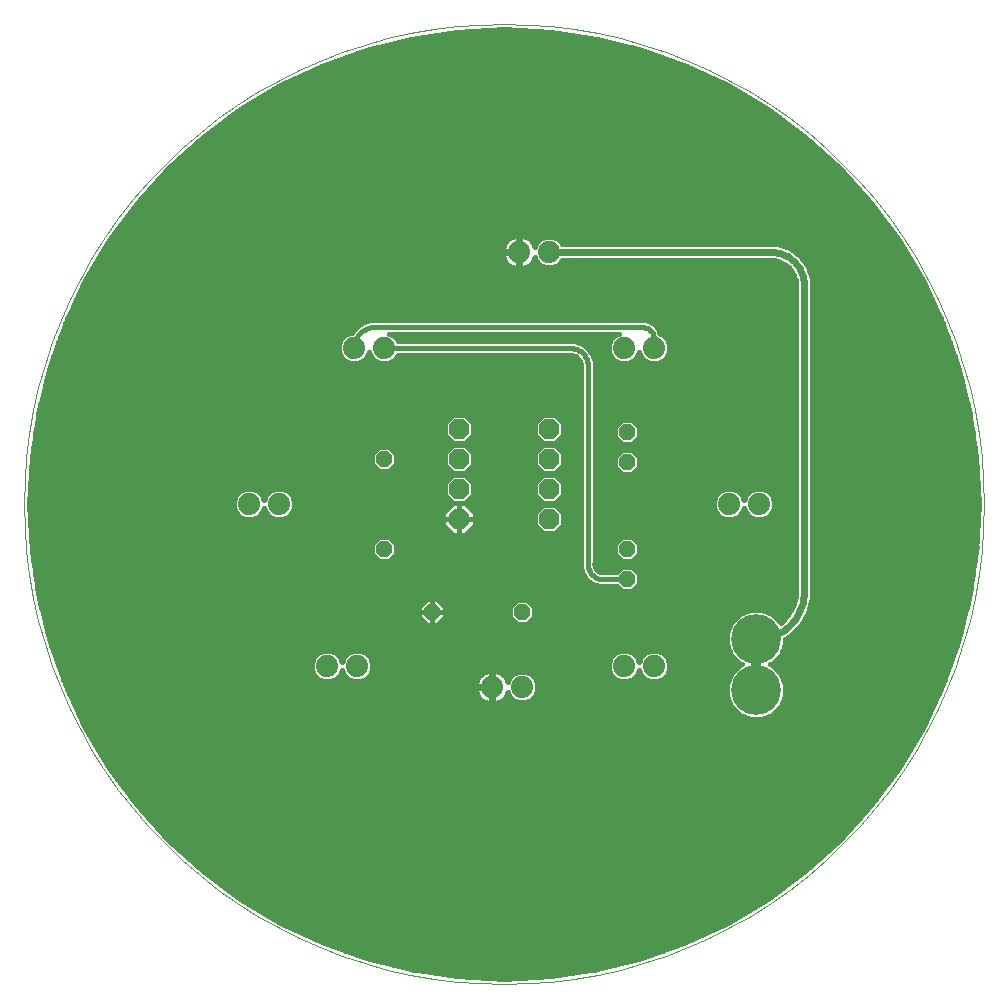
<source format=gbl>
G75*
G70*
%OFA0B0*%
%FSLAX24Y24*%
%IPPOS*%
%LPD*%
%AMOC8*
5,1,8,0,0,1.08239X$1,22.5*
%
%ADD10C,0.0000*%
%ADD11OC8,0.0680*%
%ADD12C,0.0740*%
%ADD13OC8,0.0520*%
%ADD14C,0.0160*%
%ADD15C,0.1660*%
%ADD16C,0.0320*%
%ADD17C,0.0240*%
D10*
X000180Y016180D02*
X000199Y016965D01*
X000257Y017748D01*
X000353Y018528D01*
X000487Y019301D01*
X000659Y020068D01*
X000869Y020825D01*
X001115Y021570D01*
X001398Y022303D01*
X001716Y023021D01*
X002069Y023722D01*
X002456Y024406D01*
X002876Y025069D01*
X003329Y025711D01*
X003812Y026330D01*
X004325Y026925D01*
X004866Y027494D01*
X005435Y028035D01*
X006030Y028548D01*
X006649Y029031D01*
X007291Y029484D01*
X007954Y029904D01*
X008638Y030291D01*
X009339Y030644D01*
X010057Y030962D01*
X010790Y031245D01*
X011535Y031491D01*
X012292Y031701D01*
X013059Y031873D01*
X013832Y032007D01*
X014612Y032103D01*
X015395Y032161D01*
X016180Y032180D01*
X016965Y032161D01*
X017748Y032103D01*
X018528Y032007D01*
X019301Y031873D01*
X020068Y031701D01*
X020825Y031491D01*
X021570Y031245D01*
X022303Y030962D01*
X023021Y030644D01*
X023722Y030291D01*
X024406Y029904D01*
X025069Y029484D01*
X025711Y029031D01*
X026330Y028548D01*
X026925Y028035D01*
X027494Y027494D01*
X028035Y026925D01*
X028548Y026330D01*
X029031Y025711D01*
X029484Y025069D01*
X029904Y024406D01*
X030291Y023722D01*
X030644Y023021D01*
X030962Y022303D01*
X031245Y021570D01*
X031491Y020825D01*
X031701Y020068D01*
X031873Y019301D01*
X032007Y018528D01*
X032103Y017748D01*
X032161Y016965D01*
X032180Y016180D01*
X032161Y015395D01*
X032103Y014612D01*
X032007Y013832D01*
X031873Y013059D01*
X031701Y012292D01*
X031491Y011535D01*
X031245Y010790D01*
X030962Y010057D01*
X030644Y009339D01*
X030291Y008638D01*
X029904Y007954D01*
X029484Y007291D01*
X029031Y006649D01*
X028548Y006030D01*
X028035Y005435D01*
X027494Y004866D01*
X026925Y004325D01*
X026330Y003812D01*
X025711Y003329D01*
X025069Y002876D01*
X024406Y002456D01*
X023722Y002069D01*
X023021Y001716D01*
X022303Y001398D01*
X021570Y001115D01*
X020825Y000869D01*
X020068Y000659D01*
X019301Y000487D01*
X018528Y000353D01*
X017748Y000257D01*
X016965Y000199D01*
X016180Y000180D01*
X015395Y000199D01*
X014612Y000257D01*
X013832Y000353D01*
X013059Y000487D01*
X012292Y000659D01*
X011535Y000869D01*
X010790Y001115D01*
X010057Y001398D01*
X009339Y001716D01*
X008638Y002069D01*
X007954Y002456D01*
X007291Y002876D01*
X006649Y003329D01*
X006030Y003812D01*
X005435Y004325D01*
X004866Y004866D01*
X004325Y005435D01*
X003812Y006030D01*
X003329Y006649D01*
X002876Y007291D01*
X002456Y007954D01*
X002069Y008638D01*
X001716Y009339D01*
X001398Y010057D01*
X001115Y010790D01*
X000869Y011535D01*
X000659Y012292D01*
X000487Y013059D01*
X000353Y013832D01*
X000257Y014612D01*
X000199Y015395D01*
X000180Y016180D01*
D11*
X014680Y015680D03*
X014680Y016680D03*
X014680Y017680D03*
X014680Y018680D03*
X017680Y018680D03*
X017680Y017680D03*
X017680Y016680D03*
X017680Y015680D03*
D12*
X020180Y010780D03*
X021180Y010780D03*
X016780Y010080D03*
X015780Y010080D03*
X011280Y010780D03*
X010280Y010780D03*
X008680Y016180D03*
X007680Y016180D03*
X011180Y021380D03*
X012180Y021380D03*
X016680Y024580D03*
X017680Y024580D03*
X020180Y021380D03*
X021180Y021380D03*
X023680Y016180D03*
X024680Y016180D03*
D13*
X020280Y017580D03*
X020280Y018580D03*
X020280Y014680D03*
X020280Y013680D03*
X016780Y012580D03*
X013780Y012580D03*
X012180Y014680D03*
X012180Y017680D03*
D14*
X003951Y006144D02*
X004994Y004994D01*
X006144Y003951D01*
X007391Y003026D01*
X008723Y002228D01*
X010126Y001564D01*
X011588Y001041D01*
X013094Y000664D01*
X014629Y000436D01*
X016180Y000360D01*
X017731Y000436D01*
X019266Y000664D01*
X020772Y001041D01*
X022234Y001564D01*
X023637Y002228D01*
X024969Y003026D01*
X026216Y003951D01*
X027366Y004994D01*
X028409Y006144D01*
X029334Y007391D01*
X030132Y008723D01*
X030796Y010126D01*
X031319Y011588D01*
X031696Y013094D01*
X031924Y014629D01*
X032000Y016180D01*
X031924Y017731D01*
X031696Y019266D01*
X031319Y020772D01*
X030796Y022234D01*
X030132Y023637D01*
X029334Y024969D01*
X028409Y026216D01*
X027366Y027366D01*
X026216Y028409D01*
X024969Y029334D01*
X023637Y030132D01*
X022234Y030796D01*
X020772Y031319D01*
X019266Y031696D01*
X017731Y031924D01*
X016180Y032000D01*
X014629Y031924D01*
X013094Y031696D01*
X011588Y031319D01*
X010126Y030796D01*
X008723Y030132D01*
X007391Y029334D01*
X006144Y028409D01*
X004994Y027366D01*
X003951Y026216D01*
X003951Y026216D01*
X003026Y024969D01*
X003026Y024969D01*
X002228Y023637D01*
X001564Y022234D01*
X001041Y020772D01*
X000664Y019266D01*
X000436Y017731D01*
X000360Y016180D01*
X000436Y014629D01*
X000664Y013094D01*
X001041Y011588D01*
X001564Y010126D01*
X002228Y008723D01*
X003026Y007391D01*
X003951Y006144D01*
X003907Y006203D02*
X028453Y006203D01*
X028570Y006362D02*
X003790Y006362D01*
X003672Y006520D02*
X028688Y006520D01*
X028805Y006679D02*
X003555Y006679D01*
X003437Y006837D02*
X028923Y006837D01*
X029041Y006996D02*
X003319Y006996D01*
X003202Y007154D02*
X029158Y007154D01*
X029276Y007313D02*
X003084Y007313D01*
X002978Y007471D02*
X029382Y007471D01*
X029477Y007630D02*
X002883Y007630D01*
X002788Y007788D02*
X029572Y007788D01*
X029667Y007947D02*
X002693Y007947D01*
X002598Y008105D02*
X029762Y008105D01*
X029857Y008264D02*
X002503Y008264D01*
X002408Y008422D02*
X029952Y008422D01*
X030047Y008581D02*
X002313Y008581D01*
X002220Y008739D02*
X030140Y008739D01*
X030215Y008898D02*
X002145Y008898D01*
X002070Y009056D02*
X024276Y009056D01*
X024387Y009010D02*
X024773Y009010D01*
X025129Y009158D01*
X025402Y009431D01*
X025550Y009787D01*
X025550Y010173D01*
X025402Y010529D01*
X025129Y010802D01*
X025062Y010830D01*
X025129Y010858D01*
X025402Y011131D01*
X025550Y011487D01*
X025550Y011692D01*
X025722Y011792D01*
X026068Y012138D01*
X026313Y012562D01*
X026313Y012562D01*
X026440Y013035D01*
X026440Y023695D01*
X026307Y024105D01*
X026307Y024105D01*
X026054Y024454D01*
X025705Y024707D01*
X025295Y024840D01*
X018124Y024840D01*
X018112Y024869D01*
X017969Y025012D01*
X017781Y025090D01*
X017579Y025090D01*
X017391Y025012D01*
X017248Y024869D01*
X017201Y024756D01*
X017190Y024791D01*
X017150Y024868D01*
X017100Y024938D01*
X017038Y025000D01*
X016968Y025050D01*
X016891Y025090D01*
X016809Y025116D01*
X016723Y025130D01*
X016700Y025130D01*
X016700Y024600D01*
X016660Y024600D01*
X016660Y025130D01*
X016637Y025130D01*
X016551Y025116D01*
X016469Y025090D01*
X016392Y025050D01*
X016322Y025000D01*
X016260Y024938D01*
X016210Y024868D01*
X016170Y024791D01*
X016144Y024709D01*
X016130Y024623D01*
X016130Y024600D01*
X016660Y024600D01*
X016660Y024560D01*
X016700Y024560D01*
X016700Y024030D01*
X016723Y024030D01*
X016809Y024044D01*
X016891Y024070D01*
X016968Y024110D01*
X017038Y024160D01*
X017100Y024222D01*
X017150Y024292D01*
X017190Y024369D01*
X017201Y024404D01*
X017248Y024291D01*
X017391Y024148D01*
X017579Y024070D01*
X017781Y024070D01*
X017969Y024148D01*
X018112Y024291D01*
X018124Y024320D01*
X025080Y024320D01*
X025211Y024310D01*
X025461Y024228D01*
X025674Y024074D01*
X025828Y023861D01*
X025910Y023611D01*
X025920Y023480D01*
X025920Y013280D01*
X025909Y013105D01*
X025818Y012767D01*
X025643Y012464D01*
X025404Y012225D01*
X025402Y012229D01*
X025129Y012502D01*
X024773Y012650D01*
X024387Y012650D01*
X024031Y012502D01*
X023758Y012229D01*
X023610Y011873D01*
X023610Y011487D01*
X023758Y011131D01*
X024031Y010858D01*
X024098Y010830D01*
X024031Y010802D01*
X023758Y010529D01*
X023610Y010173D01*
X023610Y009787D01*
X023758Y009431D01*
X024031Y009158D01*
X024387Y009010D01*
X023974Y009215D02*
X001995Y009215D01*
X001920Y009373D02*
X023815Y009373D01*
X023716Y009532D02*
X015833Y009532D01*
X015823Y009530D02*
X015909Y009544D01*
X015991Y009570D01*
X016068Y009610D01*
X016138Y009660D01*
X016200Y009722D01*
X016250Y009792D01*
X016290Y009869D01*
X016301Y009904D01*
X016348Y009791D01*
X016491Y009648D01*
X016679Y009570D01*
X016881Y009570D01*
X017069Y009648D01*
X017212Y009791D01*
X017290Y009979D01*
X017290Y010181D01*
X017212Y010369D01*
X017069Y010512D01*
X016881Y010590D01*
X016679Y010590D01*
X016491Y010512D01*
X016348Y010369D01*
X016301Y010256D01*
X016290Y010291D01*
X016250Y010368D01*
X016200Y010438D01*
X016138Y010500D01*
X016068Y010550D01*
X015991Y010590D01*
X015909Y010616D01*
X015823Y010630D01*
X015800Y010630D01*
X015800Y010100D01*
X015760Y010100D01*
X015760Y010630D01*
X015737Y010630D01*
X015651Y010616D01*
X015569Y010590D01*
X015492Y010550D01*
X015422Y010500D01*
X015360Y010438D01*
X015310Y010368D01*
X015270Y010291D01*
X015244Y010209D01*
X015230Y010123D01*
X015230Y010100D01*
X015760Y010100D01*
X015760Y010060D01*
X015230Y010060D01*
X015230Y010037D01*
X015244Y009951D01*
X015270Y009869D01*
X015310Y009792D01*
X015360Y009722D01*
X015422Y009660D01*
X015492Y009610D01*
X015569Y009570D01*
X015651Y009544D01*
X015737Y009530D01*
X015760Y009530D01*
X015760Y010060D01*
X015800Y010060D01*
X015800Y009530D01*
X015823Y009530D01*
X015800Y009532D02*
X015760Y009532D01*
X015727Y009532D02*
X001845Y009532D01*
X001770Y009690D02*
X015392Y009690D01*
X015281Y009849D02*
X001695Y009849D01*
X001621Y010007D02*
X015235Y010007D01*
X015237Y010166D02*
X001550Y010166D01*
X001493Y010324D02*
X010048Y010324D01*
X009991Y010348D02*
X010179Y010270D01*
X010381Y010270D01*
X010569Y010348D01*
X010712Y010491D01*
X010780Y010654D01*
X010848Y010491D01*
X010991Y010348D01*
X011179Y010270D01*
X011381Y010270D01*
X011569Y010348D01*
X011712Y010491D01*
X011790Y010679D01*
X011790Y010881D01*
X011712Y011069D01*
X011569Y011212D01*
X011381Y011290D01*
X011179Y011290D01*
X010991Y011212D01*
X010848Y011069D01*
X010780Y010906D01*
X010712Y011069D01*
X010569Y011212D01*
X010381Y011290D01*
X010179Y011290D01*
X009991Y011212D01*
X009848Y011069D01*
X009770Y010881D01*
X009770Y010679D01*
X009848Y010491D01*
X009991Y010348D01*
X009856Y010483D02*
X001437Y010483D01*
X001380Y010641D02*
X009786Y010641D01*
X009770Y010800D02*
X001323Y010800D01*
X001267Y010958D02*
X009802Y010958D01*
X009895Y011117D02*
X001210Y011117D01*
X001153Y011275D02*
X010142Y011275D01*
X010418Y011275D02*
X011142Y011275D01*
X011418Y011275D02*
X020042Y011275D01*
X020079Y011290D02*
X019891Y011212D01*
X019748Y011069D01*
X019670Y010881D01*
X019670Y010679D01*
X019748Y010491D01*
X019891Y010348D01*
X020079Y010270D01*
X020281Y010270D01*
X020469Y010348D01*
X020612Y010491D01*
X020680Y010654D01*
X020748Y010491D01*
X020891Y010348D01*
X021079Y010270D01*
X021281Y010270D01*
X021469Y010348D01*
X021612Y010491D01*
X021690Y010679D01*
X021690Y010881D01*
X021612Y011069D01*
X021469Y011212D01*
X021281Y011290D01*
X021079Y011290D01*
X020891Y011212D01*
X020748Y011069D01*
X020680Y010906D01*
X020612Y011069D01*
X020469Y011212D01*
X020281Y011290D01*
X020079Y011290D01*
X020318Y011275D02*
X021042Y011275D01*
X021318Y011275D02*
X023698Y011275D01*
X023632Y011434D02*
X001096Y011434D01*
X001040Y011592D02*
X023610Y011592D01*
X023610Y011751D02*
X001000Y011751D01*
X000961Y011909D02*
X023625Y011909D01*
X023691Y012068D02*
X000921Y012068D01*
X000881Y012226D02*
X013512Y012226D01*
X013598Y012140D02*
X013780Y012140D01*
X013962Y012140D01*
X014220Y012398D01*
X014220Y012580D01*
X014220Y012762D01*
X013962Y013020D01*
X013780Y013020D01*
X013780Y012580D01*
X014220Y012580D01*
X013780Y012580D01*
X013780Y012580D01*
X013780Y012580D01*
X013780Y012140D01*
X013780Y012580D01*
X013780Y012580D01*
X013780Y012580D01*
X013340Y012580D01*
X013340Y012762D01*
X013598Y013020D01*
X013780Y013020D01*
X013780Y012580D01*
X013340Y012580D01*
X013340Y012398D01*
X013598Y012140D01*
X013780Y012226D02*
X013780Y012226D01*
X013780Y012385D02*
X013780Y012385D01*
X013780Y012543D02*
X013780Y012543D01*
X013780Y012702D02*
X013780Y012702D01*
X013780Y012860D02*
X013780Y012860D01*
X013780Y013019D02*
X013780Y013019D01*
X013964Y013019D02*
X025885Y013019D01*
X025913Y013177D02*
X000652Y013177D01*
X000628Y013336D02*
X020059Y013336D01*
X020114Y013280D02*
X020446Y013280D01*
X020680Y013514D01*
X020680Y013846D01*
X020446Y014080D01*
X020114Y014080D01*
X019934Y013900D01*
X019409Y013900D01*
X019369Y013912D01*
X019275Y013975D01*
X019212Y014069D01*
X019190Y014179D01*
X019200Y014189D01*
X019200Y014258D01*
X019214Y014326D01*
X019200Y014347D01*
X019200Y020943D01*
X019075Y021244D01*
X019075Y021244D01*
X018844Y021475D01*
X018543Y021600D01*
X012641Y021600D01*
X012612Y021669D01*
X012469Y021812D01*
X012354Y021860D01*
X020006Y021860D01*
X019891Y021812D01*
X019748Y021669D01*
X019670Y021481D01*
X019670Y021279D01*
X019748Y021091D01*
X019891Y020948D01*
X020079Y020870D01*
X020281Y020870D01*
X020469Y020948D01*
X020612Y021091D01*
X020680Y021254D01*
X020748Y021091D01*
X020891Y020948D01*
X021079Y020870D01*
X021281Y020870D01*
X021469Y020948D01*
X021612Y021091D01*
X021690Y021279D01*
X021690Y021481D01*
X021612Y021669D01*
X021469Y021812D01*
X021381Y021849D01*
X021306Y022031D01*
X021131Y022206D01*
X020903Y022300D01*
X011734Y022300D01*
X011457Y022210D01*
X011221Y022039D01*
X011113Y021890D01*
X011079Y021890D01*
X010891Y021812D01*
X010748Y021669D01*
X010670Y021481D01*
X010670Y021279D01*
X010748Y021091D01*
X010891Y020948D01*
X011079Y020870D01*
X011281Y020870D01*
X011469Y020948D01*
X011612Y021091D01*
X011680Y021254D01*
X011748Y021091D01*
X011891Y020948D01*
X012079Y020870D01*
X012281Y020870D01*
X012469Y020948D01*
X012612Y021091D01*
X012641Y021160D01*
X018380Y021160D01*
X018454Y021153D01*
X018591Y021096D01*
X018696Y020991D01*
X018753Y020854D01*
X018760Y020780D01*
X018760Y014302D01*
X018736Y014181D01*
X018736Y014181D01*
X018792Y013896D01*
X018953Y013654D01*
X018953Y013654D01*
X018953Y013654D01*
X019194Y013493D01*
X019194Y013493D01*
X019272Y013477D01*
X019289Y013460D01*
X019358Y013460D01*
X019426Y013446D01*
X019447Y013460D01*
X019934Y013460D01*
X020114Y013280D01*
X020501Y013336D02*
X025920Y013336D01*
X025920Y013494D02*
X020660Y013494D01*
X020680Y013653D02*
X025920Y013653D01*
X025920Y013811D02*
X020680Y013811D01*
X020556Y013970D02*
X025920Y013970D01*
X025920Y014128D02*
X019200Y014128D01*
X019206Y014287D02*
X020108Y014287D01*
X020114Y014280D02*
X020446Y014280D01*
X020680Y014514D01*
X020680Y014846D01*
X020446Y015080D01*
X020114Y015080D01*
X019880Y014846D01*
X019880Y014514D01*
X020114Y014280D01*
X019949Y014445D02*
X019200Y014445D01*
X019200Y014604D02*
X019880Y014604D01*
X019880Y014762D02*
X019200Y014762D01*
X019200Y014921D02*
X019955Y014921D01*
X020113Y015079D02*
X019200Y015079D01*
X019200Y015238D02*
X025920Y015238D01*
X025920Y015396D02*
X019200Y015396D01*
X019200Y015555D02*
X025920Y015555D01*
X025920Y015713D02*
X024885Y015713D01*
X024969Y015748D02*
X025112Y015891D01*
X025190Y016079D01*
X025190Y016281D01*
X025112Y016469D01*
X024969Y016612D01*
X024781Y016690D01*
X024579Y016690D01*
X024391Y016612D01*
X024248Y016469D01*
X024180Y016306D01*
X024112Y016469D01*
X023969Y016612D01*
X023781Y016690D01*
X023579Y016690D01*
X023391Y016612D01*
X023248Y016469D01*
X023170Y016281D01*
X023170Y016079D01*
X023248Y015891D01*
X023391Y015748D01*
X023579Y015670D01*
X023781Y015670D01*
X023969Y015748D01*
X024112Y015891D01*
X024180Y016054D01*
X024248Y015891D01*
X024391Y015748D01*
X024579Y015670D01*
X024781Y015670D01*
X024969Y015748D01*
X025093Y015872D02*
X025920Y015872D01*
X025920Y016030D02*
X025170Y016030D01*
X025190Y016189D02*
X025920Y016189D01*
X025920Y016347D02*
X025163Y016347D01*
X025076Y016506D02*
X025920Y016506D01*
X025920Y016664D02*
X024844Y016664D01*
X024516Y016664D02*
X023844Y016664D01*
X024076Y016506D02*
X024284Y016506D01*
X024197Y016347D02*
X024163Y016347D01*
X024170Y016030D02*
X024190Y016030D01*
X024267Y015872D02*
X024093Y015872D01*
X023885Y015713D02*
X024475Y015713D01*
X023475Y015713D02*
X019200Y015713D01*
X019200Y015872D02*
X023267Y015872D01*
X023190Y016030D02*
X019200Y016030D01*
X019200Y016189D02*
X023170Y016189D01*
X023197Y016347D02*
X019200Y016347D01*
X019200Y016506D02*
X023284Y016506D01*
X023516Y016664D02*
X019200Y016664D01*
X019200Y016823D02*
X025920Y016823D01*
X025920Y016981D02*
X019200Y016981D01*
X019200Y017140D02*
X025920Y017140D01*
X025920Y017298D02*
X020564Y017298D01*
X020680Y017414D02*
X020446Y017180D01*
X020114Y017180D01*
X019880Y017414D01*
X019880Y017746D01*
X020114Y017980D01*
X020446Y017980D01*
X020680Y017746D01*
X020680Y017414D01*
X020680Y017457D02*
X025920Y017457D01*
X025920Y017615D02*
X020680Y017615D01*
X020652Y017774D02*
X025920Y017774D01*
X025920Y017932D02*
X020494Y017932D01*
X020446Y018180D02*
X020680Y018414D01*
X020680Y018746D01*
X020446Y018980D01*
X020114Y018980D01*
X019880Y018746D01*
X019880Y018414D01*
X020114Y018180D01*
X020446Y018180D01*
X020515Y018249D02*
X025920Y018249D01*
X025920Y018091D02*
X019200Y018091D01*
X019200Y018249D02*
X020045Y018249D01*
X019887Y018408D02*
X019200Y018408D01*
X019200Y018566D02*
X019880Y018566D01*
X019880Y018725D02*
X019200Y018725D01*
X019200Y018883D02*
X020017Y018883D01*
X020543Y018883D02*
X025920Y018883D01*
X025920Y018725D02*
X020680Y018725D01*
X020680Y018566D02*
X025920Y018566D01*
X025920Y018408D02*
X020673Y018408D01*
X020066Y017932D02*
X019200Y017932D01*
X019200Y017774D02*
X019908Y017774D01*
X019880Y017615D02*
X019200Y017615D01*
X019200Y017457D02*
X019880Y017457D01*
X019996Y017298D02*
X019200Y017298D01*
X018760Y017298D02*
X017977Y017298D01*
X017879Y017200D02*
X018160Y017481D01*
X018160Y017879D01*
X017879Y018160D01*
X017481Y018160D01*
X017200Y017879D01*
X017200Y017481D01*
X017481Y017200D01*
X017879Y017200D01*
X017879Y017160D02*
X017481Y017160D01*
X017200Y016879D01*
X017200Y016481D01*
X017481Y016200D01*
X017879Y016200D01*
X018160Y016481D01*
X018160Y016879D01*
X017879Y017160D01*
X017899Y017140D02*
X018760Y017140D01*
X018760Y016981D02*
X018058Y016981D01*
X018160Y016823D02*
X018760Y016823D01*
X018760Y016664D02*
X018160Y016664D01*
X018160Y016506D02*
X018760Y016506D01*
X018760Y016347D02*
X018026Y016347D01*
X017879Y016160D02*
X017481Y016160D01*
X017200Y015879D01*
X017200Y015481D01*
X017481Y015200D01*
X017879Y015200D01*
X018160Y015481D01*
X018160Y015879D01*
X017879Y016160D01*
X018009Y016030D02*
X018760Y016030D01*
X018760Y015872D02*
X018160Y015872D01*
X018160Y015713D02*
X018760Y015713D01*
X018760Y015555D02*
X018160Y015555D01*
X018075Y015396D02*
X018760Y015396D01*
X018760Y015238D02*
X017916Y015238D01*
X017444Y015238D02*
X014973Y015238D01*
X014895Y015160D02*
X015200Y015465D01*
X015200Y015680D01*
X015200Y015895D01*
X014895Y016200D01*
X014680Y016200D01*
X014680Y015680D01*
X014680Y015680D01*
X015200Y015680D01*
X014680Y015680D01*
X014680Y015680D01*
X014680Y015680D01*
X014160Y015680D01*
X014160Y015895D01*
X014465Y016200D01*
X014680Y016200D01*
X014680Y015680D01*
X014680Y015160D01*
X014895Y015160D01*
X014680Y015160D02*
X014680Y015680D01*
X014680Y015680D01*
X014160Y015680D01*
X014160Y015465D01*
X014465Y015160D01*
X014680Y015160D01*
X014680Y015238D02*
X014680Y015238D01*
X014680Y015396D02*
X014680Y015396D01*
X014680Y015555D02*
X014680Y015555D01*
X014680Y015713D02*
X014680Y015713D01*
X014680Y015872D02*
X014680Y015872D01*
X014680Y016030D02*
X014680Y016030D01*
X014680Y016189D02*
X014680Y016189D01*
X014481Y016200D02*
X014879Y016200D01*
X015160Y016481D01*
X015160Y016879D01*
X014879Y017160D01*
X014481Y017160D01*
X014200Y016879D01*
X014200Y016481D01*
X014481Y016200D01*
X014453Y016189D02*
X009190Y016189D01*
X009190Y016281D02*
X009190Y016079D01*
X009112Y015891D01*
X008969Y015748D01*
X008781Y015670D01*
X008579Y015670D01*
X008391Y015748D01*
X008248Y015891D01*
X008180Y016054D01*
X008112Y015891D01*
X007969Y015748D01*
X007781Y015670D01*
X007579Y015670D01*
X007391Y015748D01*
X007248Y015891D01*
X007170Y016079D01*
X007170Y016281D01*
X007248Y016469D01*
X007391Y016612D01*
X007579Y016690D01*
X007781Y016690D01*
X007969Y016612D01*
X008112Y016469D01*
X008180Y016306D01*
X008248Y016469D01*
X008391Y016612D01*
X008579Y016690D01*
X008781Y016690D01*
X008969Y016612D01*
X009112Y016469D01*
X009190Y016281D01*
X009163Y016347D02*
X014334Y016347D01*
X014200Y016506D02*
X009076Y016506D01*
X008844Y016664D02*
X014200Y016664D01*
X014200Y016823D02*
X000392Y016823D01*
X000399Y016981D02*
X014302Y016981D01*
X014461Y017140D02*
X000407Y017140D01*
X000415Y017298D02*
X011996Y017298D01*
X012014Y017280D02*
X012346Y017280D01*
X012580Y017514D01*
X012580Y017846D01*
X012346Y018080D01*
X012014Y018080D01*
X011780Y017846D01*
X011780Y017514D01*
X012014Y017280D01*
X011838Y017457D02*
X000423Y017457D01*
X000431Y017615D02*
X011780Y017615D01*
X011780Y017774D02*
X000443Y017774D01*
X000466Y017932D02*
X011866Y017932D01*
X012494Y017932D02*
X014253Y017932D01*
X014200Y017879D02*
X014200Y017481D01*
X014481Y017200D01*
X014879Y017200D01*
X015160Y017481D01*
X015160Y017879D01*
X014879Y018160D01*
X014481Y018160D01*
X014200Y017879D01*
X014200Y017774D02*
X012580Y017774D01*
X012580Y017615D02*
X014200Y017615D01*
X014225Y017457D02*
X012522Y017457D01*
X012364Y017298D02*
X014383Y017298D01*
X014899Y017140D02*
X017461Y017140D01*
X017383Y017298D02*
X014977Y017298D01*
X015135Y017457D02*
X017225Y017457D01*
X017200Y017615D02*
X015160Y017615D01*
X015160Y017774D02*
X017200Y017774D01*
X017253Y017932D02*
X015107Y017932D01*
X014948Y018091D02*
X017412Y018091D01*
X017481Y018200D02*
X017879Y018200D01*
X018160Y018481D01*
X018160Y018879D01*
X017879Y019160D01*
X017481Y019160D01*
X017200Y018879D01*
X017200Y018481D01*
X017481Y018200D01*
X017432Y018249D02*
X014928Y018249D01*
X014879Y018200D02*
X014481Y018200D01*
X014200Y018481D01*
X014200Y018879D01*
X014481Y019160D01*
X014879Y019160D01*
X015160Y018879D01*
X015160Y018481D01*
X014879Y018200D01*
X015086Y018408D02*
X017274Y018408D01*
X017200Y018566D02*
X015160Y018566D01*
X015160Y018725D02*
X017200Y018725D01*
X017204Y018883D02*
X015156Y018883D01*
X014997Y019042D02*
X017363Y019042D01*
X017997Y019042D02*
X018760Y019042D01*
X018760Y019200D02*
X000654Y019200D01*
X000631Y019042D02*
X014363Y019042D01*
X014204Y018883D02*
X000607Y018883D01*
X000584Y018725D02*
X014200Y018725D01*
X014200Y018566D02*
X000560Y018566D01*
X000537Y018408D02*
X014274Y018408D01*
X014432Y018249D02*
X000513Y018249D01*
X000490Y018091D02*
X014412Y018091D01*
X015058Y016981D02*
X017302Y016981D01*
X017200Y016823D02*
X015160Y016823D01*
X015160Y016664D02*
X017200Y016664D01*
X017200Y016506D02*
X015160Y016506D01*
X015026Y016347D02*
X017334Y016347D01*
X017351Y016030D02*
X015065Y016030D01*
X015200Y015872D02*
X017200Y015872D01*
X017200Y015713D02*
X015200Y015713D01*
X015200Y015555D02*
X017200Y015555D01*
X017285Y015396D02*
X015131Y015396D01*
X014387Y015238D02*
X000406Y015238D01*
X000399Y015396D02*
X014229Y015396D01*
X014160Y015555D02*
X000391Y015555D01*
X000383Y015713D02*
X007475Y015713D01*
X007267Y015872D02*
X000375Y015872D01*
X000367Y016030D02*
X007190Y016030D01*
X007170Y016189D02*
X000360Y016189D01*
X000368Y016347D02*
X007197Y016347D01*
X007284Y016506D02*
X000376Y016506D01*
X000384Y016664D02*
X007516Y016664D01*
X007844Y016664D02*
X008516Y016664D01*
X008284Y016506D02*
X008076Y016506D01*
X008163Y016347D02*
X008197Y016347D01*
X008190Y016030D02*
X008170Y016030D01*
X008093Y015872D02*
X008267Y015872D01*
X008475Y015713D02*
X007885Y015713D01*
X008885Y015713D02*
X014160Y015713D01*
X014160Y015872D02*
X009093Y015872D01*
X009170Y016030D02*
X014295Y016030D01*
X014907Y016189D02*
X018760Y016189D01*
X018760Y015079D02*
X012347Y015079D01*
X012346Y015080D02*
X012014Y015080D01*
X011780Y014846D01*
X011780Y014514D01*
X012014Y014280D01*
X012346Y014280D01*
X012580Y014514D01*
X012580Y014846D01*
X012346Y015080D01*
X012505Y014921D02*
X018760Y014921D01*
X018760Y014762D02*
X012580Y014762D01*
X012580Y014604D02*
X018760Y014604D01*
X018760Y014445D02*
X012511Y014445D01*
X012352Y014287D02*
X018757Y014287D01*
X018746Y014128D02*
X000511Y014128D01*
X000534Y013970D02*
X018778Y013970D01*
X018792Y013896D02*
X018792Y013896D01*
X018849Y013811D02*
X000558Y013811D01*
X000581Y013653D02*
X018956Y013653D01*
X019193Y013494D02*
X000605Y013494D01*
X000683Y013019D02*
X013596Y013019D01*
X013438Y012860D02*
X000723Y012860D01*
X000762Y012702D02*
X013340Y012702D01*
X013340Y012543D02*
X000802Y012543D01*
X000842Y012385D02*
X013353Y012385D01*
X014048Y012226D02*
X016568Y012226D01*
X016614Y012180D02*
X016946Y012180D01*
X017180Y012414D01*
X017180Y012746D01*
X016946Y012980D01*
X016614Y012980D01*
X016380Y012746D01*
X016380Y012414D01*
X016614Y012180D01*
X016410Y012385D02*
X014207Y012385D01*
X014220Y012543D02*
X016380Y012543D01*
X016380Y012702D02*
X014220Y012702D01*
X014122Y012860D02*
X016494Y012860D01*
X017066Y012860D02*
X025843Y012860D01*
X025780Y012702D02*
X017180Y012702D01*
X017180Y012543D02*
X024129Y012543D01*
X023913Y012385D02*
X017150Y012385D01*
X016992Y012226D02*
X023756Y012226D01*
X023772Y011117D02*
X021565Y011117D01*
X021658Y010958D02*
X023930Y010958D01*
X024028Y010800D02*
X021690Y010800D01*
X021674Y010641D02*
X023869Y010641D01*
X023738Y010483D02*
X021604Y010483D01*
X021412Y010324D02*
X023673Y010324D01*
X023610Y010166D02*
X017290Y010166D01*
X017290Y010007D02*
X023610Y010007D01*
X023610Y009849D02*
X017236Y009849D01*
X017111Y009690D02*
X023650Y009690D01*
X024884Y009056D02*
X030290Y009056D01*
X030365Y009215D02*
X025186Y009215D01*
X025345Y009373D02*
X030440Y009373D01*
X030515Y009532D02*
X025444Y009532D01*
X025510Y009690D02*
X030590Y009690D01*
X030665Y009849D02*
X025550Y009849D01*
X025550Y010007D02*
X030739Y010007D01*
X030810Y010166D02*
X025550Y010166D01*
X025487Y010324D02*
X030867Y010324D01*
X030923Y010483D02*
X025422Y010483D01*
X025291Y010641D02*
X030980Y010641D01*
X031037Y010800D02*
X025132Y010800D01*
X025230Y010958D02*
X031093Y010958D01*
X031150Y011117D02*
X025388Y011117D01*
X025462Y011275D02*
X031207Y011275D01*
X031264Y011434D02*
X025528Y011434D01*
X025550Y011592D02*
X031320Y011592D01*
X031360Y011751D02*
X025651Y011751D01*
X025722Y011792D02*
X025722Y011792D01*
X025839Y011909D02*
X031399Y011909D01*
X031439Y012068D02*
X025998Y012068D01*
X026068Y012138D02*
X026068Y012138D01*
X026119Y012226D02*
X031479Y012226D01*
X031518Y012385D02*
X026211Y012385D01*
X026302Y012543D02*
X031558Y012543D01*
X031598Y012702D02*
X026351Y012702D01*
X026393Y012860D02*
X031637Y012860D01*
X031677Y013019D02*
X026436Y013019D01*
X026440Y013177D02*
X031708Y013177D01*
X031732Y013336D02*
X026440Y013336D01*
X026440Y013494D02*
X031755Y013494D01*
X031779Y013653D02*
X026440Y013653D01*
X026440Y013811D02*
X031802Y013811D01*
X031826Y013970D02*
X026440Y013970D01*
X026440Y014128D02*
X031849Y014128D01*
X031873Y014287D02*
X026440Y014287D01*
X026440Y014445D02*
X031896Y014445D01*
X031920Y014604D02*
X026440Y014604D01*
X026440Y014762D02*
X031930Y014762D01*
X031924Y014629D02*
X031924Y014629D01*
X031938Y014921D02*
X026440Y014921D01*
X026440Y015079D02*
X031946Y015079D01*
X031954Y015238D02*
X026440Y015238D01*
X026440Y015396D02*
X031961Y015396D01*
X031969Y015555D02*
X026440Y015555D01*
X026440Y015713D02*
X031977Y015713D01*
X031985Y015872D02*
X026440Y015872D01*
X026440Y016030D02*
X031993Y016030D01*
X032000Y016189D02*
X026440Y016189D01*
X026440Y016347D02*
X031992Y016347D01*
X031984Y016506D02*
X026440Y016506D01*
X026440Y016664D02*
X031976Y016664D01*
X031968Y016823D02*
X026440Y016823D01*
X026440Y016981D02*
X031961Y016981D01*
X031953Y017140D02*
X026440Y017140D01*
X026440Y017298D02*
X031945Y017298D01*
X031937Y017457D02*
X026440Y017457D01*
X026440Y017615D02*
X031929Y017615D01*
X031917Y017774D02*
X026440Y017774D01*
X026440Y017932D02*
X031894Y017932D01*
X031870Y018091D02*
X026440Y018091D01*
X026440Y018249D02*
X031847Y018249D01*
X031823Y018408D02*
X026440Y018408D01*
X026440Y018566D02*
X031800Y018566D01*
X031776Y018725D02*
X026440Y018725D01*
X026440Y018883D02*
X031753Y018883D01*
X031729Y019042D02*
X026440Y019042D01*
X026440Y019200D02*
X031706Y019200D01*
X031673Y019359D02*
X026440Y019359D01*
X026440Y019517D02*
X031633Y019517D01*
X031593Y019676D02*
X026440Y019676D01*
X026440Y019834D02*
X031554Y019834D01*
X031514Y019993D02*
X026440Y019993D01*
X026440Y020151D02*
X031474Y020151D01*
X031435Y020310D02*
X026440Y020310D01*
X026440Y020468D02*
X031395Y020468D01*
X031355Y020627D02*
X026440Y020627D01*
X026440Y020785D02*
X031314Y020785D01*
X031257Y020944D02*
X026440Y020944D01*
X026440Y021102D02*
X031201Y021102D01*
X031144Y021261D02*
X026440Y021261D01*
X026440Y021419D02*
X031087Y021419D01*
X031031Y021578D02*
X026440Y021578D01*
X026440Y021736D02*
X030974Y021736D01*
X030917Y021895D02*
X026440Y021895D01*
X026440Y022053D02*
X030860Y022053D01*
X030804Y022212D02*
X026440Y022212D01*
X026440Y022370D02*
X030731Y022370D01*
X030656Y022529D02*
X026440Y022529D01*
X026440Y022687D02*
X030581Y022687D01*
X030507Y022846D02*
X026440Y022846D01*
X026440Y023004D02*
X030432Y023004D01*
X030357Y023163D02*
X026440Y023163D01*
X026440Y023321D02*
X030282Y023321D01*
X030207Y023480D02*
X026440Y023480D01*
X026440Y023638D02*
X030132Y023638D01*
X030037Y023797D02*
X026407Y023797D01*
X026356Y023955D02*
X029942Y023955D01*
X029847Y024114D02*
X026301Y024114D01*
X026186Y024272D02*
X029752Y024272D01*
X029657Y024431D02*
X026070Y024431D01*
X026054Y024454D02*
X026054Y024454D01*
X026054Y024454D01*
X025867Y024589D02*
X029562Y024589D01*
X029467Y024748D02*
X025580Y024748D01*
X025705Y024707D02*
X025705Y024707D01*
X025327Y024272D02*
X018093Y024272D01*
X017887Y024114D02*
X025620Y024114D01*
X025760Y023955D02*
X002418Y023955D01*
X002323Y023797D02*
X025850Y023797D01*
X025901Y023638D02*
X002228Y023638D01*
X002153Y023480D02*
X025920Y023480D01*
X025920Y023321D02*
X002078Y023321D01*
X002003Y023163D02*
X025920Y023163D01*
X025920Y023004D02*
X001928Y023004D01*
X001853Y022846D02*
X025920Y022846D01*
X025920Y022687D02*
X001779Y022687D01*
X001704Y022529D02*
X025920Y022529D01*
X025920Y022370D02*
X001629Y022370D01*
X001556Y022212D02*
X011462Y022212D01*
X011457Y022210D02*
X011457Y022210D01*
X011241Y022053D02*
X001500Y022053D01*
X001443Y021895D02*
X011117Y021895D01*
X011221Y022039D02*
X011221Y022039D01*
X011221Y022039D01*
X010815Y021736D02*
X001386Y021736D01*
X001329Y021578D02*
X010710Y021578D01*
X010670Y021419D02*
X001273Y021419D01*
X001216Y021261D02*
X010677Y021261D01*
X010743Y021102D02*
X001159Y021102D01*
X001103Y020944D02*
X010901Y020944D01*
X011459Y020944D02*
X011901Y020944D01*
X011743Y021102D02*
X011617Y021102D01*
X011180Y021380D02*
X011182Y021430D01*
X011187Y021480D01*
X011196Y021529D01*
X011208Y021577D01*
X011224Y021625D01*
X011243Y021671D01*
X011266Y021715D01*
X011291Y021758D01*
X011320Y021799D01*
X011351Y021838D01*
X011385Y021875D01*
X011422Y021909D01*
X011461Y021940D01*
X011502Y021969D01*
X011545Y021994D01*
X011589Y022017D01*
X011635Y022036D01*
X011683Y022052D01*
X011731Y022064D01*
X011780Y022073D01*
X011830Y022078D01*
X011880Y022080D01*
X020780Y022080D01*
X021117Y022212D02*
X025920Y022212D01*
X025920Y022053D02*
X021284Y022053D01*
X021362Y021895D02*
X025920Y021895D01*
X025920Y021736D02*
X021545Y021736D01*
X021650Y021578D02*
X025920Y021578D01*
X025920Y021419D02*
X021690Y021419D01*
X021683Y021261D02*
X025920Y021261D01*
X025920Y021102D02*
X021617Y021102D01*
X021459Y020944D02*
X025920Y020944D01*
X025920Y020785D02*
X019200Y020785D01*
X019200Y020627D02*
X025920Y020627D01*
X025920Y020468D02*
X019200Y020468D01*
X019200Y020310D02*
X025920Y020310D01*
X025920Y020151D02*
X019200Y020151D01*
X019200Y019993D02*
X025920Y019993D01*
X025920Y019834D02*
X019200Y019834D01*
X019200Y019676D02*
X025920Y019676D01*
X025920Y019517D02*
X019200Y019517D01*
X019200Y019359D02*
X025920Y019359D01*
X025920Y019200D02*
X019200Y019200D01*
X019200Y019042D02*
X025920Y019042D01*
X025920Y015079D02*
X020447Y015079D01*
X020605Y014921D02*
X025920Y014921D01*
X025920Y014762D02*
X020680Y014762D01*
X020680Y014604D02*
X025920Y014604D01*
X025920Y014445D02*
X020611Y014445D01*
X020452Y014287D02*
X025920Y014287D01*
X025689Y012543D02*
X025031Y012543D01*
X025247Y012385D02*
X025563Y012385D01*
X025404Y012226D02*
X025405Y012226D01*
X020948Y010324D02*
X020412Y010324D01*
X020604Y010483D02*
X020756Y010483D01*
X020686Y010641D02*
X020674Y010641D01*
X020658Y010958D02*
X020702Y010958D01*
X020795Y011117D02*
X020565Y011117D01*
X019795Y011117D02*
X011665Y011117D01*
X011758Y010958D02*
X019702Y010958D01*
X019670Y010800D02*
X011790Y010800D01*
X011774Y010641D02*
X019686Y010641D01*
X019756Y010483D02*
X017099Y010483D01*
X017231Y010324D02*
X019948Y010324D01*
X020280Y013680D02*
X019380Y013680D01*
X019283Y013970D02*
X020004Y013970D01*
X019380Y013680D02*
X019337Y013691D01*
X019295Y013705D01*
X019254Y013723D01*
X019215Y013744D01*
X019178Y013769D01*
X019143Y013797D01*
X019111Y013828D01*
X019082Y013861D01*
X019056Y013897D01*
X019033Y013935D01*
X019013Y013975D01*
X018997Y014017D01*
X018984Y014059D01*
X018976Y014103D01*
X018971Y014147D01*
X018970Y014192D01*
X018973Y014236D01*
X018980Y014280D01*
X018980Y020780D01*
X018760Y020785D02*
X001046Y020785D01*
X001005Y020627D02*
X018760Y020627D01*
X018760Y020468D02*
X000965Y020468D01*
X000925Y020310D02*
X018760Y020310D01*
X018760Y020151D02*
X000886Y020151D01*
X000846Y019993D02*
X018760Y019993D01*
X018760Y019834D02*
X000806Y019834D01*
X000767Y019676D02*
X018760Y019676D01*
X018760Y019517D02*
X000727Y019517D01*
X000687Y019359D02*
X018760Y019359D01*
X018760Y018883D02*
X018156Y018883D01*
X018160Y018725D02*
X018760Y018725D01*
X018760Y018566D02*
X018160Y018566D01*
X018086Y018408D02*
X018760Y018408D01*
X018760Y018249D02*
X017928Y018249D01*
X017948Y018091D02*
X018760Y018091D01*
X018760Y017932D02*
X018107Y017932D01*
X018160Y017774D02*
X018760Y017774D01*
X018760Y017615D02*
X018160Y017615D01*
X018135Y017457D02*
X018760Y017457D01*
X018980Y020780D02*
X018978Y020827D01*
X018973Y020874D01*
X018963Y020920D01*
X018951Y020965D01*
X018934Y021010D01*
X018915Y021052D01*
X018892Y021093D01*
X018865Y021133D01*
X018836Y021170D01*
X018804Y021204D01*
X018770Y021236D01*
X018733Y021265D01*
X018693Y021292D01*
X018652Y021315D01*
X018610Y021334D01*
X018565Y021351D01*
X018520Y021363D01*
X018474Y021373D01*
X018427Y021378D01*
X018380Y021380D01*
X012180Y021380D01*
X012545Y021736D02*
X019815Y021736D01*
X019710Y021578D02*
X018597Y021578D01*
X018844Y021475D02*
X018844Y021475D01*
X018901Y021419D02*
X019670Y021419D01*
X019677Y021261D02*
X019059Y021261D01*
X019134Y021102D02*
X019743Y021102D01*
X019901Y020944D02*
X019200Y020944D01*
X018716Y020944D02*
X012459Y020944D01*
X012617Y021102D02*
X018576Y021102D01*
X020459Y020944D02*
X020901Y020944D01*
X020743Y021102D02*
X020617Y021102D01*
X021180Y021380D02*
X021180Y021680D01*
X021178Y021719D01*
X021172Y021758D01*
X021163Y021796D01*
X021150Y021833D01*
X021133Y021869D01*
X021113Y021902D01*
X021089Y021934D01*
X021063Y021963D01*
X021034Y021989D01*
X021002Y022013D01*
X020969Y022033D01*
X020933Y022050D01*
X020896Y022063D01*
X020858Y022072D01*
X020819Y022078D01*
X020780Y022080D01*
X021131Y022206D02*
X021131Y022206D01*
X018075Y024906D02*
X029372Y024906D01*
X029263Y025065D02*
X017843Y025065D01*
X017517Y025065D02*
X016941Y025065D01*
X016700Y025065D02*
X016660Y025065D01*
X016660Y024906D02*
X016700Y024906D01*
X016700Y024748D02*
X016660Y024748D01*
X016660Y024589D02*
X002798Y024589D01*
X002703Y024431D02*
X016150Y024431D01*
X016144Y024451D02*
X016170Y024369D01*
X016210Y024292D01*
X016260Y024222D01*
X016322Y024160D01*
X016392Y024110D01*
X016469Y024070D01*
X016551Y024044D01*
X016637Y024030D01*
X016660Y024030D01*
X016660Y024560D01*
X016130Y024560D01*
X016130Y024537D01*
X016144Y024451D01*
X016224Y024272D02*
X002608Y024272D01*
X002513Y024114D02*
X016386Y024114D01*
X016660Y024114D02*
X016700Y024114D01*
X016700Y024272D02*
X016660Y024272D01*
X016660Y024431D02*
X016700Y024431D01*
X016974Y024114D02*
X017473Y024114D01*
X017267Y024272D02*
X017136Y024272D01*
X017123Y024906D02*
X017285Y024906D01*
X016419Y025065D02*
X003097Y025065D01*
X002988Y024906D02*
X016237Y024906D01*
X016156Y024748D02*
X002893Y024748D01*
X003215Y025223D02*
X029145Y025223D01*
X029028Y025382D02*
X003332Y025382D01*
X003450Y025540D02*
X028910Y025540D01*
X028793Y025699D02*
X003567Y025699D01*
X003685Y025857D02*
X028675Y025857D01*
X028558Y026016D02*
X003802Y026016D01*
X003920Y026174D02*
X028440Y026174D01*
X028303Y026333D02*
X004057Y026333D01*
X004200Y026491D02*
X028160Y026491D01*
X028016Y026650D02*
X004344Y026650D01*
X004488Y026808D02*
X027872Y026808D01*
X027729Y026967D02*
X004631Y026967D01*
X004775Y027125D02*
X027585Y027125D01*
X027441Y027284D02*
X004919Y027284D01*
X005077Y027442D02*
X027283Y027442D01*
X027108Y027601D02*
X005252Y027601D01*
X005427Y027759D02*
X026933Y027759D01*
X026758Y027918D02*
X005602Y027918D01*
X005777Y028076D02*
X026583Y028076D01*
X026409Y028235D02*
X005951Y028235D01*
X006126Y028393D02*
X026234Y028393D01*
X026024Y028552D02*
X006336Y028552D01*
X006550Y028710D02*
X025810Y028710D01*
X025596Y028869D02*
X006764Y028869D01*
X006977Y029027D02*
X025383Y029027D01*
X025169Y029186D02*
X007191Y029186D01*
X007408Y029344D02*
X024952Y029344D01*
X024688Y029503D02*
X007672Y029503D01*
X007937Y029661D02*
X024423Y029661D01*
X024159Y029820D02*
X008201Y029820D01*
X008466Y029978D02*
X023894Y029978D01*
X023628Y030137D02*
X008732Y030137D01*
X009067Y030295D02*
X023293Y030295D01*
X022958Y030454D02*
X009402Y030454D01*
X009738Y030612D02*
X022622Y030612D01*
X022287Y030771D02*
X010073Y030771D01*
X010499Y030929D02*
X021861Y030929D01*
X021418Y031088D02*
X010942Y031088D01*
X011385Y031246D02*
X020975Y031246D01*
X020430Y031405D02*
X011930Y031405D01*
X012563Y031563D02*
X019797Y031563D01*
X019094Y031722D02*
X013266Y031722D01*
X014335Y031880D02*
X018025Y031880D01*
X012013Y015079D02*
X000414Y015079D01*
X000422Y014921D02*
X011855Y014921D01*
X011780Y014762D02*
X000430Y014762D01*
X000440Y014604D02*
X011780Y014604D01*
X011849Y014445D02*
X000464Y014445D01*
X000487Y014287D02*
X012008Y014287D01*
X010895Y011117D02*
X010665Y011117D01*
X010758Y010958D02*
X010802Y010958D01*
X010786Y010641D02*
X010774Y010641D01*
X010704Y010483D02*
X010856Y010483D01*
X011048Y010324D02*
X010512Y010324D01*
X011512Y010324D02*
X015287Y010324D01*
X015405Y010483D02*
X011704Y010483D01*
X015760Y010483D02*
X015800Y010483D01*
X015800Y010324D02*
X015760Y010324D01*
X015760Y010166D02*
X015800Y010166D01*
X015800Y010007D02*
X015760Y010007D01*
X015760Y009849D02*
X015800Y009849D01*
X015800Y009690D02*
X015760Y009690D01*
X016168Y009690D02*
X016449Y009690D01*
X016324Y009849D02*
X016279Y009849D01*
X016273Y010324D02*
X016329Y010324D01*
X016461Y010483D02*
X016155Y010483D01*
X008437Y002399D02*
X023923Y002399D01*
X024187Y002558D02*
X008173Y002558D01*
X007908Y002716D02*
X024452Y002716D01*
X024716Y002875D02*
X007644Y002875D01*
X007382Y003033D02*
X024978Y003033D01*
X025192Y003192D02*
X007168Y003192D01*
X006954Y003350D02*
X025406Y003350D01*
X025619Y003509D02*
X006741Y003509D01*
X006527Y003667D02*
X025833Y003667D01*
X026047Y003826D02*
X006313Y003826D01*
X006108Y003984D02*
X026252Y003984D01*
X026427Y004143D02*
X005933Y004143D01*
X005758Y004301D02*
X026602Y004301D01*
X026777Y004460D02*
X005583Y004460D01*
X005408Y004618D02*
X026952Y004618D01*
X027127Y004777D02*
X005233Y004777D01*
X005058Y004935D02*
X027302Y004935D01*
X027457Y005094D02*
X004903Y005094D01*
X004759Y005252D02*
X027601Y005252D01*
X027744Y005411D02*
X004616Y005411D01*
X004472Y005569D02*
X027888Y005569D01*
X028032Y005728D02*
X004328Y005728D01*
X004185Y005886D02*
X028175Y005886D01*
X028319Y006045D02*
X004041Y006045D01*
X008702Y002241D02*
X023658Y002241D01*
X023329Y002082D02*
X009031Y002082D01*
X009366Y001924D02*
X022994Y001924D01*
X022658Y001765D02*
X009702Y001765D01*
X010037Y001607D02*
X022323Y001607D01*
X021909Y001448D02*
X010451Y001448D01*
X010894Y001290D02*
X021466Y001290D01*
X021023Y001131D02*
X011337Y001131D01*
X011862Y000973D02*
X020498Y000973D01*
X019865Y000814D02*
X012495Y000814D01*
X013151Y000656D02*
X019209Y000656D01*
X018140Y000497D02*
X014220Y000497D01*
D15*
X007680Y009980D03*
X007680Y011680D03*
X024580Y011680D03*
X024580Y009980D03*
D16*
X024580Y011680D01*
D17*
X024659Y011682D01*
X024737Y011688D01*
X024815Y011697D01*
X024892Y011711D01*
X024969Y011728D01*
X025044Y011749D01*
X025119Y011774D01*
X025192Y011802D01*
X025264Y011834D01*
X025334Y011869D01*
X025403Y011908D01*
X025469Y011950D01*
X025533Y011995D01*
X025595Y012043D01*
X025654Y012094D01*
X025711Y012149D01*
X025766Y012206D01*
X025817Y012265D01*
X025865Y012327D01*
X025910Y012391D01*
X025952Y012457D01*
X025991Y012526D01*
X026026Y012596D01*
X026058Y012668D01*
X026086Y012741D01*
X026111Y012816D01*
X026132Y012891D01*
X026149Y012968D01*
X026163Y013045D01*
X026172Y013123D01*
X026178Y013201D01*
X026180Y013280D01*
X026180Y023480D01*
X026178Y023544D01*
X026173Y023608D01*
X026163Y023671D01*
X026150Y023734D01*
X026134Y023795D01*
X026114Y023856D01*
X026090Y023916D01*
X026063Y023974D01*
X026033Y024030D01*
X025999Y024084D01*
X025962Y024137D01*
X025923Y024187D01*
X025880Y024235D01*
X025835Y024280D01*
X025787Y024323D01*
X025737Y024362D01*
X025684Y024399D01*
X025630Y024433D01*
X025574Y024463D01*
X025516Y024490D01*
X025456Y024514D01*
X025395Y024534D01*
X025334Y024550D01*
X025271Y024563D01*
X025208Y024573D01*
X025144Y024578D01*
X025080Y024580D01*
X017680Y024580D01*
M02*

</source>
